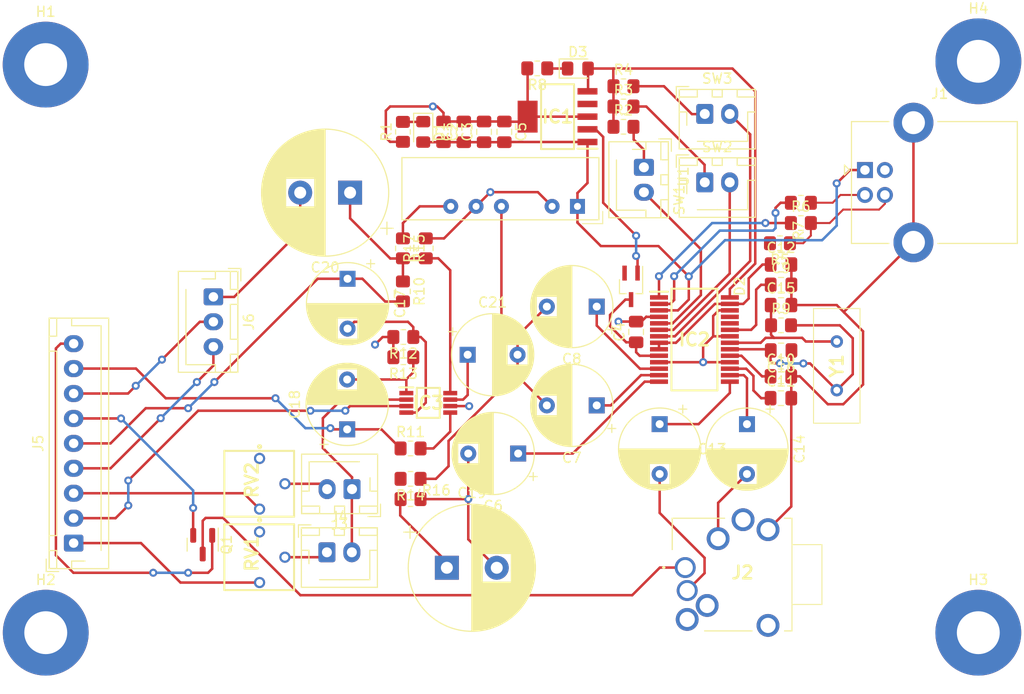
<source format=kicad_pcb>
(kicad_pcb (version 20211014) (generator pcbnew)
  (layers (0 "F.Cu" signal) (31 "B.Cu" power) (34 "B.Paste" user) (35 "F.Paste" user) (36 "B.SilkS" user "B.Silkscreen") (37 "F.SilkS" user "F.Silkscreen") (38 "B.Mask" user) (39 "F.Mask" user) (44 "Edge.Cuts" user))
  (net 0 "")
  (net 1 "VBUS")
  (net 2 "GND")
  (net 3 "Net-(C4-Pad1)")
  (net 4 "Net-(C6-Pad1)")
  (net 5 "Net-(C7-Pad1)")
  (net 6 "/Audio_signal")
  (net 7 "Net-(C8-Pad1)")
  (net 8 "Net-(C9-Pad1)")
  (net 9 "/V_OUT_R")
  (net 10 "Net-(C11-Pad1)")
  (net 11 "Net-(C13-Pad1)")
  (net 12 "/VDDI")
  (net 13 "Net-(C14-Pad1)")
  (net 14 "/V_OUT_L")
  (net 15 "/XTI_Crystal")
  (net 16 "/XTO_Crystal")
  (net 17 "/V_IN_S")
  (net 18 "Net-(C17-Pad2)")
  (net 19 "/V_IN_D")
  (net 20 "Net-(C18-Pad2)")
  (net 21 "/-vs")
  (net 22 "/+vs")
  (net 23 "Net-(D1-Pad1)")
  (net 24 "+3.3V")
  (net 26 "Net-(D3-Pad1)")
  (net 27 "/~{SSPND}")
  (net 29 "Net-(IC2-Pad1)")
  (net 30 "Net-(IC2-Pad2)")
  (net 31 "/HID0")
  (net 32 "/HID1")
  (net 33 "/HID2")
  (net 36 "/RG_1")
  (net 37 "/RG_2")
  (net 38 "/USB_D-")
  (net 39 "/USB_D+")
  (net 41 "/Headphones mic")
  (net 42 "Net-(J3-Pad2)")
  (net 43 "Net-(J4-Pad1)")
  (net 44 "/EXT_MIC_S")
  (net 45 "Net-(R2-Pad2)")
  (net 46 "Net-(R3-Pad2)")
  (net 47 "Net-(R4-Pad2)")
  (net 48 "-15V")
  (net 49 "+15V")
  (net 51 "/hp_mic")
  (net 52 "/ext_mic")
  (net 53 "/INT_MIC_S")
  (net 59 "Net-(C10-Pad1)")
  (net 60 "Net-(C21-Pad1)")
  (net 61 "/EXT_MIC_D")
  (net 62 "/INT_MIC_D")
  (footprint "Capacitor_THT:CP_Radial_D8.0mm_P5.00mm" (layer "F.Cu") (at 151.574651 95.51 180)
    (fp_text reference "C8")
    (fp_text value "4u7F")
  )
  (footprint "Resistor_SMD:R_0805_2012Metric_Pad1.20x1.40mm_HandSolder" (layer "F.Cu") (at 132.916 109.734)
    (fp_text reference "R11")
    (fp_text value "2k2")
  )
  (footprint "Connector_JST:JST_XH_B3B-XH-AM_1x03_P2.50mm_Vertical" (layer "F.Cu") (at 113.158959 94.534 -90)
    (fp_text reference "J6")
    (fp_text value "External mic. conn.")
  )
  (footprint "Resistor_SMD:R_0805_2012Metric_Pad1.20x1.40mm_HandSolder" (layer "F.Cu") (at 154.252 73.412)
    (fp_text reference "R4")
    (fp_text value "1k5")
  )
  (footprint "Resistor_SMD:R_0805_2012Metric_Pad1.20x1.40mm_HandSolder" (layer "F.Cu") (at 154.252 75.444)
    (fp_text reference "R3")
    (fp_text value "1k5")
  )
  (footprint "Resistor_SMD:R_0805_2012Metric_Pad1.20x1.40mm_HandSolder" (layer "F.Cu") (at 132.191959 98.558 180)
    (fp_text reference "R12")
    (fp_text value "3k9")
  )
  (footprint "Capacitor_THT:CP_Radial_D8.0mm_P5.00mm" (layer "F.Cu") (at 157.88 107.297349 -90)
    (fp_text reference "C13")
    (fp_text value "10uF")
  )
  (footprint "Capacitor_SMD:C_0805_2012Metric_Pad1.18x1.45mm_HandSolder" (layer "F.Cu") (at 155.522 98.05 90)
    (fp_text reference "C4")
    (fp_text value "10uF")
  )
  (footprint "Capacitor_SMD:C_0805_2012Metric_Pad1.18x1.45mm_HandSolder" (layer "F.Cu") (at 170.032 104.694)
    (fp_text reference "C11")
    (fp_text value "1uF")
  )
  (footprint "Capacitor_SMD:C_0805_2012Metric_Pad1.18x1.45mm_HandSolder" (layer "F.Cu") (at 136.218 77.984 -90)
    (fp_text reference "C2")
    (fp_text value "100nF")
  )
  (footprint "IC_Downloaded:3362P_1" (layer "F.Cu") (at 114.256 113.2755 -90)
    (fp_text reference "RV2")
    (fp_text value "5k" hide)
  )
  (footprint "IC_Downloaded:SOP65P490X110-8N" (layer "F.Cu") (at 134.694 105.162)
    (fp_text reference "IC3")
    (fp_text value "INA849DGKT" hide)
  )
  (footprint "Connector_JST:JST_XH_B2B-XH-AM_1x02_P2.50mm_Vertical" (layer "F.Cu") (at 162.4 83.047)
    (fp_text reference "SW2")
    (fp_text value "HID1")
  )
  (footprint "Diode_SMD:D_0805_2012Metric_Pad1.15x1.40mm_HandSolder" (layer "F.Cu") (at 134.186 77.984 -90)
    (fp_text reference "D1")
    (fp_text value "PWR_ON")
  )
  (footprint "Capacitor_SMD:C_0805_2012Metric_Pad1.18x1.45mm_HandSolder" (layer "F.Cu") (at 170.042 91.29)
    (fp_text reference "C12")
    (fp_text value "1uF")
  )
  (footprint "Capacitor_SMD:C_0805_2012Metric_Pad1.18x1.45mm_HandSolder" (layer "F.Cu") (at 140.282 77.984 90)
    (fp_text reference "C3")
    (fp_text value "2200uF")
  )
  (footprint "Resistor_SMD:R_0805_2012Metric_Pad1.20x1.40mm_HandSolder" (layer "F.Cu") (at 132.191959 100.59 180)
    (fp_text reference "R13")
    (fp_text value "3k9")
  )
  (footprint "Converter_DCDC:Converter_DCDC_Murata_NMAxxxxSC_THT" (layer "F.Cu") (at 149.6425 85.4585 -90)
    (fp_text reference "U1")
    (fp_text value "NMA0515SC")
  )
  (footprint "Package_TO_SOT_SMD:SOT-323_SC-70_Handsoldering" (layer "F.Cu") (at 155.014 93.478 -90)
    (fp_text reference "D2")
    (fp_text value "BAT54_R1_00001")
  )
  (footprint "Capacitor_SMD:C_0805_2012Metric_Pad1.18x1.45mm_HandSolder" (layer "F.Cu") (at 138.25 77.984 90)
    (fp_text reference "C1")
    (fp_text value "2200uF")
  )
  (footprint "Resistor_SMD:R_0805_2012Metric_Pad1.20x1.40mm_HandSolder" (layer "F.Cu") (at 170.042 97.386)
    (fp_text reference "R9")
    (fp_text value "1M")
  )
  (footprint "Connector_JST:JST_XH_B2B-XH-AM_1x02_P2.50mm_Vertical" (layer "F.Cu") (at 127.054 113.815 180)
    (fp_text reference "J3")
    (fp_text value "Vol. knob1 22k")
  )
  (footprint "Capacitor_SMD:C_0805_2012Metric_Pad1.18x1.45mm_HandSolder" (layer "F.Cu") (at 170.03 102.5)
    (fp_text reference "C10")
    (fp_text value "1uF")
  )
  (footprint "Resistor_SMD:R_0805_2012Metric_Pad1.20x1.40mm_HandSolder" (layer "F.Cu") (at 154.252 77.476)
    (fp_text reference "R2")
    (fp_text value "1k5")
  )
  (footprint "Capacitor_THT:CP_Radial_D8.0mm_P5.00mm" (layer "F.Cu") (at 126.603959 92.716 -90)
    (fp_text reference "C17")
    (fp_text value "22uF")
  )
  (footprint "Capacitor_THT:CP_Radial_D8.0mm_P5.00mm" (layer "F.Cu") (at 126.566 107.818651 90)
    (fp_text reference "C18")
    (fp_text value "22uF")
  )
  (footprint "Capacitor_THT:CP_Radial_D8.0mm_P5.00mm" (layer "F.Cu") (at 151.574651 105.416 180)
    (fp_text reference "C7")
    (fp_text value "4u7F")
  )
  (footprint "Capacitor_THT:CP_Radial_D8.0mm_P5.00mm" (layer "F.Cu") (at 143.700651 110.242 180)
    (fp_text reference "C6")
    (fp_text value "10uF")
  )
  (footprint "IC_Downloaded:SOP65P780X200-28N" (layer "F.Cu") (at 161.364 98.812)
    (fp_text reference "IC2")
    (fp_text value "PCM2906CDB" hide)
  )
  (footprint "Resistor_SMD:R_0805_2012Metric_Pad1.20x1.40mm_HandSolder" (layer "F.Cu") (at 132.916 112.782 180)
    (fp_text reference "R14")
    (fp_text value "100")
  )
  (footprint "Diode_SMD:D_0805_2012Metric_Pad1.15x1.40mm_HandSolder" (layer "F.Cu") (at 149.68 71.634)
    (fp_text reference "D3")
    (fp_text value "CONTINUE")
  )
  (footprint "MountingHole:MountingHole_4.3mm_M4_Pad" (layer "F.Cu") (at 189.82 70.91)
    (fp_text reference "H4")
    (fp_text value "M4")
  )
  (footprint "Connector_JST:JST_XH_B2B-XH-AM_1x02_P2.50mm_Vertical" (layer "F.Cu") (at 162.4 76.189)
    (fp_text reference "SW3")
    (fp_text value "HID2")
  )
  (footprint "Capacitor_SMD:C_0805_2012Metric_Pad1.18x1.45mm_HandSolder" (layer "F.Cu") (at 170.042 95.354)
    (fp_text reference "C15")
    (fp_text value "27pF")
  )
  (footprint "IC_Downloaded:SOT127P706X180-6N" (layer "F.Cu") (at 147.648 76.46 180)
    (fp_text reference "IC1")
    (fp_text value "REG103GA-3.3_2K5" hide)
  )
  (footprint "Capacitor_THT:CP_Radial_D12.5mm_P5.00mm" (layer "F.Cu") (at 136.556041 121.7)
    (fp_text reference "C19")
    (fp_text value "2200uF  16 V")
  )
  (footprint "Capacitor_THT:CP_Radial_D12.5mm_P5.00mm" (layer "F.Cu") (at 126.857959 84.08 180)
    (fp_text reference "C20")
    (fp_text value "2200uF  16 V")
  )
  (footprint "Capacitor_SMD:C_0805_2012Metric_Pad1.18x1.45mm_HandSolder" (layer "F.Cu") (at 170.05 99.91 180)
    (fp_text reference "C16")
    (fp_text value "27pF")
  )
  (footprint "Resistor_SMD:R_0805_2012Metric_Pad1.20x1.40mm_HandSolder" (layer "F.Cu") (at 169.934 89.154 180)
    (fp_text reference "R5")
    (fp_text value "1k5")
  )
  (footprint "MountingHole:MountingHole_4.3mm_M4_Pad" (layer "F.Cu") (at 189.812 128.21)
    (fp_text reference "H3")
    (fp_text value "M4")
  )
  (footprint "Resistor_SMD:R_0805_2012Metric_Pad1.20x1.40mm_HandSolder" (layer "F.Cu") (at 172.032 87.128)
    (fp_text reference "R6")
    (fp_text value "22")
  )
  (footprint "Resistor_SMD:R_0805_2012Metric_Pad1.20x1.40mm_HandSolder" (layer "F.Cu") (at 145.616 71.618 180)
    (fp_text reference "R8")
    (fp_text value "1k")
  )
  (footprint "Capacitor_THT:CP_Radial_D8.0mm_P5.00mm" (layer "F.Cu") (at 166.63 107.297349 -90)
    (fp_text reference "C14")
    (fp_text value "10uF")
  )
  (footprint "Resistor_SMD:R_0805_2012Metric_Pad1.20x1.40mm_HandSolder" (layer "F.Cu") (at 132.154 93.986 -90)
    (fp_text reference "R10")
    (fp_text value "2k2")
  )
  (footprint "Capacitor_THT:CP_Radial_D8.0mm_P5.00mm" (layer "F.Cu") (at 138.641349 100.336)
    (fp_text reference "C21")
    (fp_text value "22uF")
  )
  (footprint "Connector_JST:JST_XH_B9B-XH-AM_1x09_P2.50mm_Vertical" (layer "F.Cu") (at 99.154959 119.226 90)
    (fp_text reference "J5")
    (fp_text value "SW_PUSH_3PDT")
  )
  (footprint "IC_Downloaded:HC49US12000000ABJB" (layer "F.Cu") (at 175.63 103.89 90)
    (fp_text reference "Y1")
    (fp_text value "12MHz" hide)
  )
  (footprint "Connector_JST:JST_XH_B2B-XH-AM_1x02_P2.50mm_Vertical" (layer "F.Cu") (at 124.534 120.148)
    (fp_text reference "J4")
    (fp_text value "Vol. knob2 22k")
  )
  (footprint "Connector_JST:JST_XH_B2B-XH-AM_1x02_P2.50mm_Vertical" (layer "F.Cu") (at 156.301 81.54 -90)
    (fp_text reference "SW1")
    (fp_text value "HID0")
  )
  (footprint "Resistor_SMD:R_0805_2012Metric_Pad1.20x1.40mm_HandSolder" (layer "F.Cu") (at 134.44 89.668 90)
    (fp_text reference "R17")
    (fp_text value "2k2")
  )
  (footprint "Resistor_SMD:R_0805_2012Metric_Pad1.20x1.40mm_HandSolder" (layer "F.Cu") (at 132.916 114.814)
    (fp_text reference "R16")
    (fp_text value "2k2")
  )
  (footprint "MountingHole:MountingHole_4.3mm_M4_Pad" (layer "F.Cu") (at 96.35 71.24)
    (fp_text reference "H1")
    (fp_text value "M4")
  )
  (footprint "Resistor_SMD:R_0805_2012Metric_Pad1.20x1.40mm_HandSolder" (layer "F.Cu") (at 132.154 77.984 90)
    (fp_text reference "R1")
    (fp_text value "1k")
  )
  (footprint "IC_Downloaded:3362P_1" (layer "F.Cu") (at 114.256 120.6415 -90)
    (fp_text reference "RV1")
    (fp_text value "5k" hide)
  )
  (footprint "Package_TO_SOT_SMD:SOT-23" (layer "F.Cu") (at 112.088 119.386 -90)
    (fp_text reference "Q1")
    (fp_text value "J304")
  )
  (footprint "Resistor_SMD:R_0805_2012Metric_Pad1.20x1.40mm_HandSolder" (layer "F.Cu") (at 132.154 89.668 -90)
    (fp_text reference "R15")
    (fp_text value "100")
  )
  (footprint "Capacitor_SMD:C_0805_2012Metric_Pad1.18x1.45mm_HandSolder" (layer "F.Cu") (at 142.314 77.984 -90)
    (fp_text reference "C5")
    (fp_text value "1uF")
  )
  (footprint "IC_Downloaded:SJ435107RS" (layer "F.Cu") (at 160.44 121.68 180)
    (fp_text reference "J2")
    (fp_text value "SJ-435107RS" hide)
  )
  (footprint "Capacitor_SMD:C_0805_2012Metric_Pad1.18x1.45mm_HandSolder" (layer "F.Cu") (at 170.042 93.322)
    (fp_text reference "C9")
    (fp_text value "1uF")
  )
  (footprint "MountingHole:MountingHole_4.3mm_M4_Pad" (layer "F.Cu") (at 96.36 128.21)
    (fp_text reference "H2")
    (fp_text value "M4")
  )
  (footprint "Resistor_SMD:R_0805_2012Metric_Pad1.20x1.40mm_HandSolder" (layer "F.Cu") (at 172.032 85.096)
    (fp_text reference "R7")
    (fp_text value "22")
  )
  (footprint "Connector_USB:USB_B_Lumberg_2411_02_Horizontal" (layer "F.Cu") (at 178.4525 81.814)
    (fp_text reference "J1")
    (fp_text value "USB_B_Micro")
  )
  (segment (start 134.1985 79.0215) (end 134.186 79.009) (width 0.25) (layer "F.Cu") (net 1))
  (segment (start 136.218 79.0215) (end 134.1985 79.0215) (width 0.25) (layer "F.Cu") (net 1))
  (segment (start 142.3355 79) (end 142.314 79.0215) (width 0.25) (layer "F.Cu") (net 1))
  (segment (start 150.648 79) (end 142.3355 79) (width 0.25) (layer "F.Cu") (net 1))
  (segment (start 142.314 79.0215) (end 140.282 79.0215) (width 0.25) (layer "F.Cu") (net 1))
  (segment (start 149.6425 85.4585) (end 149.6425 87.0905) (width 0.25) (layer "F.Cu") (net 1))
  (segment (start 149.6425 84.1175) (end 149.6425 85.4585) (width 0.25) (layer "F.Cu") (net 1))
  (segment (start 140.282 79.0215) (end 138.25 79.0215) (width 0.25) (layer "F.Cu") (net 1))
  (segment (start 176.956 81.814) (end 178.4525 81.814) (width 0.25) (layer "F.Cu") (net 1))
  (segment (start 160.8 94.804) (end 160.8 92.48) (width 0.25) (layer "F.Cu") (net 1))
  (segment (start 159.717 95.887) (end 160.8 94.804) (width 0.25) (layer "F.Cu") (net 1))
  (segment (start 150.648 79) (end 150.648 83.112) (width 0.25) (layer "F.Cu") (net 1))
  (segment (start 150.648 83.112) (end 149.6425 84.1175) (width 0.25) (layer "F.Cu") (net 1))
  (segment (start 149.6425 87.0905) (end 151.992 89.44) (width 0.25) (layer "F.Cu") (net 1))
  (segment (start 157.814 95.887) (end 159.717 95.887) (width 0.25) (layer "F.Cu") (net 1))
  (segment (start 138.25 79.0215) (end 136.218 79.0215) (width 0.25) (layer "F.Cu") (net 1))
  (segment (start 151.992 89.44) (end 157.76 89.44) (width 0.25) (layer "F.Cu") (net 1))
  (segment (start 175.62 83.15) (end 176.956 81.814) (width 0.25) (layer "F.Cu") (net 1))
  (segment (start 157.76 89.44) (end 160.8 92.48) (width 0.25) (layer "F.Cu") (net 1))
  (via (at 160.8 92.48) (size 0.8) (drill 0.4) (layers "F.Cu" "B.Cu") (net 1))
  (via (at 175.62 83.15) (size 0.8) (drill 0.4) (layers "F.Cu" "B.Cu") (net 1))
  (segment (start 164.43 88.85) (end 160.8 92.48) (width 0.25) (layer "B.Cu") (net 1))
  (segment (start 174.16 88.85) (end 164.43 88.85) (width 0.25) (layer "B.Cu") (net 1))
  (segment (start 175.62 87.39) (end 175.62 83.15) (width 0.25) (layer "B.Cu") (net 1))
  (segment (start 174.16 88.85) (end 175.62 87.39) (width 0.25) (layer "B.Cu") (net 1))
  (segment (start 157.814 101.087) (end 162.237 101.087) (width 0.25) (layer "F.Cu") (net 2))
  (segment (start 140.911 84.03) (end 139.4825 85.4585) (width 0.25) (layer "F.Cu") (net 2))
  (segment (start 176.28 105.3) (end 178.26 103.32) (width 0.25) (layer "F.Cu") (net 2))
  (segment (start 155.522 97.0125) (end 156.0515 97.0125) (width 0.25) (layer "F.Cu") (net 2))
  (segment (start 171.0695 104.694) (end 171.0695 115.5505) (width 0.25) (layer "F.Cu") (net 2))
  (segment (start 171.0695 104.694) (end 171.0695 102.502) (width 0.25) (layer "F.Cu") (net 2))
  (segment (start 155.522 97.0125) (end 153.7525 97.0125) (width 0.25) (layer "F.Cu") (net 2))
  (segment (start 147.1025 85.4585) (end 145.674 84.03) (width 0.25) (layer "F.Cu") (net 2))
  (segment (start 138.25 76.9465) (end 140.282 76.9465) (width 0.25) (layer "F.Cu") (net 2))
  (segment (start 156.549 96.537) (end 157.814 96.537) (width 0.25) (layer "F.Cu") (net 2))
  (segment (start 176.365 96.0115) (end 176.365 96.095) (width 0.25) (layer "F.Cu") (net 2))
  (segment (start 131.191959 98.558) (end 130.122 98.558) (width 0.25) (layer "F.Cu") (net 2))
  (segment (start 171.0675 102.5) (end 171.93 102.5) (width 0.25) (layer "F.Cu") (net 2))
  (segment (start 163.243 98.487) (end 163.243 96.447) (width 0.25) (layer "F.Cu") (net 2))
  (segment (start 130.44 75.87) (end 130.44 78.56) (width 0.25) (layer "F.Cu") (net 2))
  (segment (start 171.0795 95.354) (end 171.0795 93.322) (width 0.25) (layer "F.Cu") (net 2))
  (segment (start 130.625 78.745) (end 130.864 78.984) (width 0.25) (layer "F.Cu") (net 2))
  (segment (start 136.894 105.487) (end 138.787 105.487) (width 0.25) (layer "F.Cu") (net 2))
  (segment (start 113.164959 94.54) (end 113.158959 94.534) (width 0.25) (layer "F.Cu") (net 2))
  (segment (start 153.7525 97.0125) (end 153.75 97.01) (width 0.25) (layer "F.Cu") (net 2))
  (segment (start 163.243 98.487) (end 164.914 98.487) (width 0.25) (layer "F.Cu") (net 2))
  (segment (start 130.87 75.44) (end 135.15 75.44) (width 0.25) (layer "F.Cu") (net 2))
  (segment (start 144.648 71.65) (end 144.648 76.46) (width 0.25) (layer "F.Cu") (net 2))
  (segment (start 130.87 75.44) (end 130.44 75.87) (width 0.25) (layer "F.Cu") (net 2))
  (segment (start 138.700651 114.809349) (end 138.700651 114.770651) (width 0.25) (layer "F.Cu") (net 2))
  (segment (start 171.0675 102.5) (end 171.0675 100.46) (width 0.25) (layer "F.Cu") (net 2))
  (segment (start 118.875 90.905) (end 115.24 94.54) (width 0.25) (layer "F.Cu") (net 2))
  (segment (start 138.787 105.487) (end 138.79 105.49) (width 0.25) (layer "F.Cu") (net 2))
  (segment (start 121.857959 87.922041) (end 118.875 90.905) (width 0.25) (layer "F.Cu") (net 2))
  (segment (start 140.282 76.9465) (end 142.314 76.9465) (width 0.25) (layer "F.Cu") (net 2))
  (segment (start 171.0695 102.502) (end 171.0675 102.5) (width 0.25) (layer "F.Cu") (net 2))
  (segment (start 130.122 98.558) (end 129.36 99.32) (width 0.25) (layer "F.Cu") (net 2))
  (segment (start 176.365 96.095) (end 175.624 95.354) (width 0.25) (layer "F.Cu") (net 2))
  (segment (start 141.556041 121.7) (end 138.700651 118.84461) (width 0.25) (layer "F.Cu") (net 2))
  (segment (start 133.916 114.814) (end 138.657302 114.814) (width 0.25) (layer "F.Cu") (net 2))
  (segment (start 138.700651 118.84461) (end 138.700651 114.809349) (width 0.25) (layer "F.Cu") (net 2))
  (segment (start 142.314 76.9465) (end 142.3355 76.968) (width 0.25) (layer "F.Cu") (net 2))
  (segment (start 174.73 105.3) (end 176.28 105.3) (width 0.25) (layer "F.Cu") (net 2))
  (segment (start 130.864 78.984) (end 132.154 78.984) (width 0.25) (layer "F.Cu") (net 2))
  (segment (start 121.857959 84.08) (end 121.857959 87.922041) (width 0.25) (layer "F.Cu") (net 2))
  (segment (start 178.26 97.99) (end 176.365 96.095) (width 0.25) (layer "F.Cu") (net 2))
  (segment (start 171.0695 115.5505) (end 168.74 117.88) (width 0.25) (layer "F.Cu") (net 2))
  (segment (start 145.674 84.03) (end 140.911 84.03) (width 0.25) (layer "F.Cu") (net 2))
  (segment (start 171.93 102.5) (end 174.73 105.3) (width 0.25) (layer "F.Cu") (net 2))
  (segment (start 144.616 71.618) (end 144.648 71.65) (width 0.25) (layer "F.Cu") (net 2))
  (segment (start 162.237 101.083) (end 162.237 99.493) (width 0.25) (layer "F.Cu") (net 2))
  (segment (start 171.0795 93.322) (end 171.0795 91.29) (width 0.25) (layer "F.Cu") (net 2))
  (segment (start 142.3355 76.968) (end 144.14 76.968) (width 0.25) (layer "F.Cu") (net 2))
  (segment (start 175.624 95.354) (end 171.0795 95.354) (width 0.25) (layer "F.Cu") (net 2))
  (segment (start 138.700651 114.770651) (end 138.700651 110.242) (width 0.25) (layer "F.Cu") (net 2))
  (segment (start 162.237 101.087) (end 164.914 101.087) (width 0.25) (layer "F.Cu") (net 2))
  (segment (start 150.648 76.46) (end 144.648 76.46) (width 0.25) (layer "F.Cu") (net 2))
  (segment (start 138.657302 114.814) (end 138.700651 114.770651) (width 0.25) (layer "F.Cu") (net 2))
  (segment (start 156.538 96.526) (end 156.549 96.537) (width 0.25) (layer "F.Cu") (net 2))
  (segment (start 136.218 76.9465) (end 138.25 76.9465) (width 0.25) (layer "F.Cu") (net 2))
  (segment (start 178.26 103.32) (end 178.26 97.99) (width 0.25) (layer "F.Cu") (net 2))
  (segment (start 156.0515 97.0125) (end 156.538 96.526) (width 0.25) (layer "F.Cu") (net 2))
  (segment (start 136.218 76.078) (end 135.58 75.44) (width 0.25) (layer "F.Cu") (net 2))
  (segment (start 136.273 88.668) (end 134.44 88.668) (width 0.25) (layer "F.Cu") (net 2))
  (segment (start 162.237 99.493) (end 163.243 98.487) (width 0.25) (layer "F.Cu") (net 2))
  (segment (start 183.3125 77.064) (end 183.3125 89.064) (width 0.25) (layer "F.Cu") (net 2))
  (segment (start 131.191959 98.558) (end 131.191959 100.59) (width 0.25) (layer "F.Cu") (net 2))
  (segment (start 135.15 75.44) (end 135.58 75.44) (width 0.25) (layer "F.Cu") (net 2))
  (segment (start 163.803 95.887) (end 164.914 95.887) (width 0.25) (layer "F.Cu") (net 2))
  (segment (start 139.4825 85.4585) (end 136.273 88.668) (width 0.25) (layer "F.Cu") (net 2))
  (segment (start 136.218 76.9465) (end 136.218 76.078) (width 0.25) (layer "F.Cu") (net 2))
  (segment (start 115.24 94.54) (end 113.164959 94.54) (width 0.25) (layer "F.Cu") (net 2))
  (segment (start 130.44 78.56) (end 130.625 78.745) (width 0.25) (layer "F.Cu") (net 2))
  (segment (start 183.3125 89.064) (end 176.365 96.0115) (width 0.25) (layer "F.Cu") (net 2))
  (segment (start 163.243 96.447) (end 163.803 95.887) (width 0.25) (layer "F.Cu") (net 2))
  (segment (start 144.14 76.968) (end 144.648 76.46) (width 0.25) (layer "F.Cu") (net 2))
  (segment (start 162.237 101.087) (end 162.237 101.083) (width 0.25) (layer "F.Cu") (net 2))
  (via (at 129.36 99.32) (size 0.8) (drill 0.4) (layers "F.Cu" "B.Cu") (net 2))
  (via (at 135.15 75.44) (size 0.8) (drill 0.4) (layers "F.Cu" "B.Cu") (net 2))
  (via (at 138.700651 114.809349) (size 0.8) (drill 0.4) (layers "F.Cu" "B.Cu") (net 2))
  (via (at 138.79 105.49) (size 0.8) (drill 0.4) (layers "F.Cu" "B.Cu") (net 2))
  (via (at 162.237 101.083) (size 0.8) (drill 0.4) (layers "F.Cu" "B.Cu") (net 2))
  (via (at 153.7525 97.0125) (size 0.8) (drill 0.4) (layers "F.Cu" "B.Cu") (net 2))
  (via (at 140.911 84.03) (size 0.8) (drill 0.4) (layers "F.Cu" "B.Cu") (net 2))
  (segment (start 155.522 99.0875) (end 155.522 100.082) (width 0.25) (layer "F.Cu") (net 3))
  (segment (start 154.5275 99.0875) (end 152.91 97.47) (width 0.25) (layer "F.Cu") (net 3))
  (segment (start 155.877 100.437) (end 157.814 100.437) (width 0.25) (layer "F.Cu") (net 3))
  (segment (start 152.91 96.344) (end 154.446 94.808) (width 0.25) (layer "F.Cu") (net 3))
  (segment (start 154.446 94.808) (end 155.014 94.808) (width 0.25) (layer "F.Cu") (net 3))
  (segment (start 155.522 99.0875) (end 154.5275 99.0875) (width 0.25) (layer "F.Cu") (net 3))
  (segment (start 152.91 97.47) (end 152.91 96.344) (width 0.25) (layer "F.Cu") (net 3))
  (segment (start 155.522 100.082) (end 155.877 100.437) (width 0.25) (layer "F.Cu") (net 3))
  (segment (start 156.377 103.037) (end 157.814 103.037) (width 0.25) (layer "F.Cu") (net 4))
  (segment (start 143.700651 110.242) (end 149.172 110.242) (width 0.25) (layer "F.Cu") (net 4))
  (segment (start 149.172 110.242) (end 156.377 103.037) (width 0.25) (layer "F.Cu") (net 4))
  (segment (start 152.982 105.416) (end 156.011 102.387) (width 0.25) (layer "F.Cu") (net 5))
  (segment (start 151.574651 105.416) (end 152.982 105.416) (width 0.25) (layer "F.Cu") (net 5))
  (segment (start 156.011 102.387) (end 157.814 102.387) (width 0.25) (layer "F.Cu") (net 5))
  (segment (start 143.641349 100.336) (end 143.641349 102.482698) (width 0.25) (layer "F.Cu") (net 6))
  (segment (start 143.641349 100.336) (end 143.641349 98.443302) (width 0.25) (layer "F.Cu") (net 6))
  (segment (start 143.641349 102.482698) (end 146.574651 105.416) (width 0.25) (layer "F.Cu") (net 6))
  (segment (start 143.641349 98.443302) (end 146.574651 95.51) (width 0.25) (layer "F.Cu") (net 6))
  (segment (start 151.574651 97.404651) (end 155.907 101.737) (width 0.25) (layer "F.Cu") (net 7))
  (segment (start 151.574651 95.51) (end 151.574651 97.404651) (width 0.25) (layer "F.Cu") (net 7))
  (segment (start 155.907 101.737) (end 157.814 101.737) (width 0.25) (layer "F.Cu") (net 7))
  (segment (start 167.55 93.81) (end 167.55 97.34) (width 0.25) (layer "F.Cu") (net 8))
  (segment (start 167.053 97.837) (end 164.914 97.837) (width 0.25) (layer "F.Cu") (net 8))
  (segment (start 168.038 93.322) (end 167.55 93.81) (width 0.25) (layer "F.Cu") (net 8))
  (segment (start 167.55 97.34) (end 167.053 97.837) (width 0.25) (layer "F.Cu") (net 8))
  (segment (start 169.0045 93.322) (end 168.038 93.322) (width 0.25) (layer "F.Cu") (net 8))
  (segment (start 162.38 120.7) (end 162.38 122.24) (width 0.25) (layer "F.Cu") (net 9))
  (segment (start 157.88 116.2) (end 162.38 120.7) (width 0.25) (layer "F.Cu") (net 9))
  (segment (start 162.38 122.24) (end 160.64 123.98) (width 0.25) (layer "F.Cu") (net 9))
  (segment (start 157.88 112.297349) (end 157.88 116.2) (width 0.25) (layer "F.Cu") (net 9))
  (segment (start 168.054 104.694) (end 168.9945 104.694) (width 0.25) (layer "F.Cu") (net 10))
  (segment (start 167.28 103.92) (end 168.054 104.694) (width 0.25) (layer "F.Cu") (net 10))
  (segment (start 167.28 102.46) (end 167.28 103.92) (width 0.25) (layer "F.Cu") (net 10))
  (segment (start 166.557 101.737) (end 167.28 102.46) (width 0.25) (layer "F.Cu") (net 10))
  (segment (start 168.9945 104.694) (end 168.9945 104.3345) (width 0.25) (layer "F.Cu") (net 10))
  (segment (start 164.914 101.737) (end 166.557 101.737) (width 0.25) (layer "F.Cu") (net 10))
  (segment (start 161.782651 107.297349) (end 164.914 104.166) (width 0.25) (layer "F.Cu") (net 11))
  (segment (start 164.914 104.166) (end 164.914 103.037) (width 0.25) (layer "F.Cu") (net 11))
  (segment (start 157.88 107.297349) (end 161.782651 107.297349) (width 0.25) (layer "F.Cu") (net 11))
  (segment (start 159.515 99.137) (end 163.415 95.237) (width 0.25) (layer "F.Cu") (net 12))
  (segment (start 163.415 95.237) (end 164.914 95.237) (width 0.25) (layer "F.Cu") (net 12))
  (segment (start 157.814 99.137) (end 159.515 99.137) (width 0.25) (layer "F.Cu") (net 12))
  (segment (start 168.19 91.29) (end 166.8 92.68) (width 0.25) (layer "F.Cu") (net 12))
  (segment (start 157.814 99.787) (end 157.814 99.137) (width 0.25) (layer "F.Cu") (net 12))
  (segment (start 166.263 95.237) (end 164.914 95.237) (width 0.25) (layer "F.Cu") (net 12))
  (segment (start 166.8 94.7) (end 166.263 95.237) (width 0.25) (layer "F.Cu") (net 12))
  (segment (start 166.8 92.68) (end 166.8 94.7) (width 0.25) (layer "F.Cu") (net 12))
  (segment (start 169.0045 91.29) (end 168.19 91.29) (width 0.25) (layer "F.Cu") (net 12))
  (segment (start 166.63 107.297349) (end 166.63 102.7) (width 0.25) (layer "F.Cu") (net 13))
  (segment (start 166.63 102.7) (end 166.317 102.387) (width 0.25) (layer "F.Cu") (net 13))
  (segment (start 166.317 102.387) (end 164.914 102.387) (width 0.25) (layer "F.Cu") (net 13))
  (segment (start 163.74 115.187349) (end 163.74 118.78) (width 0.25) (layer "F.Cu") (net 14))
  (segment (start 166.63 112.297349) (end 163.74 115.187349) (width 0.25) (layer "F.Cu") (net 14))
  (segment (start 169.042 98.342) (end 169.34 98.64) (width 0.25) (layer "F.Cu") (net 15))
  (segment (start 172.16 98.64) (end 172.53 99.01) (width 0.25) (layer "F.Cu") (net 15))
  (segment (start 169.042 97.386) (end 169.042 98.342) (width 0.25) (layer "F.Cu") (net 15))
  (segment (start 168.003 99.137) (end 168.5 98.64) (width 0.25) (layer "F.Cu") (net 15))
  (segment (start 169.34 98.64) (end 172.16 98.64) (width 0.25) (layer "F.Cu") (net 15))
  (segment (start 172.53 99.01) (end 175.63 99.01) (width 0.25) (layer "F.Cu") (net 15))
  (segment (start 169.042 97.386) (end 169.042 95.3915) (width 0.25) (layer "F.Cu") (net 15))
  (segment (start 169.042 95.3915) (end 169.0045 95.354) (width 0.25) (layer "F.Cu") (net 15))
  (segment (start 168.5 98.64) (end 169.34 98.64) (width 0.25) (layer "F.Cu") (net 15))
  (segment (start 164.914 99.137) (end 168.003 99.137) (width 0.25) (layer "F.Cu") (net 15))
  (segment (start 169.94 101.19) (end 169.25 101.19) (width 0.25) (layer "F.Cu") (net 16))
  (segment (start 169 100.4525) (end 168.9925 100.46) (width 0.25) (layer "F.Cu") (net 16))
  (segment (start 175.936 97.386) (end 177.23 98.68) (width 0.25) (layer "F.Cu") (net 16))
  (segment (start 168.99 100.93) (end 168.99 99.9325) (width 0.25) (layer "F.Cu") (net 16))
  (segment (start 177.23 98.68) (end 177.23 102.29) (width 0.25) (layer "F.Cu") (net 16))
  (segment (start 171.042 97.386) (end 175.936 97.386) (width 0.25) (layer "F.Cu") (net 16))
  (segment (start 164.914 99.787) (end 168.8895 99.787) (width 0.25) (layer "F.Cu") (net 16))
  (segment (start 172.95 101.21) (end 172.28 101.21) (width 0.25) (layer "F.Cu") (net 16))
  (segment (start 175.63 103.89) (end 172.95 101.21) (width 0.25) (layer "F.Cu") (net 16))
  (segment (start 169.25 101.19) (end 168.99 100.93) (width 0.25) (layer "F.Cu") (net 16))
  (segment (start 168.99 99.9325) (end 169.0125 99.91) (width 0.25) (layer "F.Cu") (net 16))
  (segment (start 168.8895 99.787) (end 169.0125 99.91) (width 0.25) (layer "F.Cu") (net 16))
  (segment (start 177.23 102.29) (end 175.63 103.89) (width 0.25) (layer "F.Cu") (net 16))
  (via (at 169.94 101.19) (size 0.8) (drill 0.4) (layers "F.Cu" "B.Cu") (net 16))
  (via (at 172.28 101.21) (size 0.8) (drill 0.4) (layers "F.Cu" "B.Cu") (net 16))
  (segment (start 169.96 101.21) (end 169.94 101.19) (width 0.25) (layer "B.Cu") (net 16))
  (segment (start 172.28 101.21) (end 169.96 101.21) (width 0.25) (layer "B.Cu") (net 16))
  (segment (start 132.138 95.002) (end 132.154 94.986) (width 0.25) (layer "F.Cu") (net 17))
  (segment (start 102.854 109.226) (end 106.38 105.7) (width 0.25) (layer "F.Cu") (net 17))
  (segment (start 126.603959 92.716) (end 128.09 92.716) (width 0.25) (layer "F.Cu") (net 17))
  (segment (start 130.376 95.002) (end 132.138 95.002) (width 0.25) (layer "F.Cu") (net 17))
  (segment (start 128.09 92.716) (end 130.376 95.002) (width 0.25) (layer "F.Cu") (net 17))
  (segment (start 123.614 92.716) (end 126.603959 92.716) (width 0.25) (layer "F.Cu") (net 17))
  (segment (start 106.38 105.7) (end 110.63 105.7) (width 0.25) (layer "F.Cu") (net 17))
  (segment (start 113.255 103.075) (end 123.614 92.716) (width 0.25) (layer "F.Cu") (net 17))
  (segment (start 99.154959 109.226) (end 102.854 109.226) (width 0.25) (layer "F.Cu") (net 17))
  (via (at 113.255 103.075) (size 0.8) (drill 0.4) (layers "F.Cu" "B.Cu") (net 17))
  (via (at 110.63 105.7) (size 0.8) (drill 0.4) (layers "F.Cu" "B.Cu") (net 17))
  (segment (start 110.63 105.7) (end 113.255 103.075) (width 0.25) (layer "B.Cu") (net 17))
  (segment (start 134.44 99.066) (end 133.932 98.558) (width 0.25) (layer "F.Cu") (net 18))
  (segment (start 134.44 105.141) (end 134.44 99.066) (width 0.25) (layer "F.Cu") (net 18))
  (segment (start 133.932 98.558) (end 133.191959 98.558) (width 0.25) (layer "F.Cu") (net 18))
  (segment (start 133.191959 97.563959) (end 132.662 97.034) (width 0.25) (layer "F.Cu") (net 18))
  (segment (start 133.191959 98.558) (end 133.191959 97.563959) (width 0.25) (layer "F.Cu") (net 18))
  (segment (start 132.662 97.034) (end 127.285959 97.034) (width 0.25) (layer "F.Cu") (net 18))
  (segment (start 133.444 106.137) (end 134.44 105.141) (width 0.25) (layer "F.Cu") (net 18))
  (segment (start 132.494 106.137) (end 133.444 106.137) (width 0.25) (layer "F.Cu") (net 18))
  (segment (start 127.285959 97.034) (end 126.603959 97.716) (width 0.25) (layer "F.Cu") (net 18))
  (segment (start 99.154959 101.726) (end 105.406 101.726) (width 0.25) (layer "F.Cu") (net 19))
  (segment (start 126.566 107.818651) (end 124.998651 107.818651) (width 0.25) (layer "F.Cu") (net 19))
  (segment (start 131.916 109.734) (end 130.000651 107.818651) (width 0.25) (layer "F.Cu") (net 19))
  (segment (start 108.38 104.7) (end 119.38 104.7) (width 0.25) (layer "F.Cu") (net 19))
  (segment (start 124.998651 107.818651) (end 124.88 107.7) (width 0.25) (layer "F.Cu") (net 19))
  (segment (start 105.406 101.726) (end 108.38 104.7) (width 0.25) (layer "F.Cu") (net 19))
  (segment (start 130.000651 107.818651) (end 126.566 107.818651) (width 0.25) (layer "F.Cu") (net 19))
  (via (at 124.88 107.7) (size 0.8) (drill 0.4) (layers "F.Cu" "B.Cu") (net 19))
  (via (at 119.38 104.7) (size 0.8) (drill 0.4) (layers "F.Cu" "B.Cu") (net 19))
  (segment (start 124.88 107.7) (end 122.38 107.7) (width 0.25) (layer "B.Cu") (net 19))
  (segment (start 122.38 107.7) (end 119.38 104.7) (width 0.25) (layer "B.Cu") (net 19))
  (segment (start 133.191959 102.092041) (end 133.191959 100.59) (width 0.25) (layer "F.Cu") (net 20))
  (segment (start 132.494 104.187) (end 132.494 102.79) (width 0.25) (layer "F.Cu") (net 20))
  (segment (start 132.494 102.79) (end 133.191959 102.092041) (width 0.25) (layer "F.Cu") (net 20))
  (segment (start 132.465349 102.818651) (end 132.494 102.79) (width 0.25) (layer "F.Cu") (net 20))
  (segment (start 126.566 102.818651) (end 132.465349 102.818651) (width 0.25) (layer "F.Cu") (net 20))
  (segment (start 136.894 106.137) (end 136.894 108.042) (width 0.25) (layer "F.Cu") (net 21))
  (segment (start 136.556041 121.126041) (end 131.88 116.45) (width 0.25) (layer "F.Cu") (net 21))
  (segment (start 131.88 116.45) (end 131.88 114.85) (width 0.25) (layer "F.Cu") (net 21))
  (segment (start 136.556041 121.7) (end 136.556041 121.126041) (width 0.25) (layer "F.Cu") (net 21))
  (segment (start 136.894 108.042) (end 135.202 109.734) (width 0.25) (layer "F.Cu") (net 21))
  (segment (start 131.88 114.85) (end 131.916 114.814) (width 0.25) (layer "F.Cu") (net 21))
  (segment (start 135.202 109.734) (end 133.916 109.734) (width 0.25) (layer "F.Cu") (net 21))
  (segment (start 126.857959 86.657959) (end 130.884 90.684) (width 0.25) (layer "F.Cu") (net 22))
  (segment (start 134.44 90.668) (end 132.154 90.668) (width 0.25) (layer "F.Cu") (net 22))
  (segment (start 135.694 90.668) (end 134.44 90.668) (width 0.25) (layer "F.Cu") (net 22))
  (segment (start 132.154 90.668) (end 132.154 92.986) (width 0.25) (layer "F.Cu") (net 22))
  (segment (start 132.138 90.684) (end 132.154 90.668) (width 0.25) (layer "F.Cu") (net 22))
  (segment (start 126.857959 84.08) (end 126.857959 86.657959) (width 0.25) (layer "F.Cu") (net 22))
  (segment (start 130.884 90.684) (end 132.138 90.684) (width 0.25) (layer "F.Cu") (net 22))
  (segment (start 136.894 104.187) (end 136.894 91.868) (width 0.25) (layer "F.Cu") (net 22))
  (segment (start 136.894 91.868) (end 135.694 90.668) (width 0.25) (layer "F.Cu") (net 22))
  (segment (start 134.161 76.984) (end 134.186 76.959) (width 0.25) (layer "F.Cu") (net 23))
  (segment (start 132.154 76.984) (end 134.161 76.984) (width 0.25) (layer "F.Cu") (net 23))
  (segment (start 151.458 77.73) (end 150.648 77.73) (width 0.25) (layer "F.Cu") (net 24))
  (segment (start 155.664 90.572) (end 155.522 90.43) (width 0.25) (layer "F.Cu") (net 24))
  (segment (start 155.522 88.398) (end 152.22 85.096) (width 0.25) (layer "F.Cu") (net 24))
  (segment (start 155.664 92.148) (end 155.664 90.572) (width 0.25) (layer "F.Cu") (net 24))
  (segment (start 152.22 78.492) (end 151.458 77.73) (width 0.25) (layer "F.Cu") (net 24))
  (segment (start 152.22 78.492) (end 152.22 85.096) (width 0.25) (layer "F.Cu") (net 24))
  (via (at 155.522 90.43) (size 0.8) (drill 0.4) (layers "F.Cu" "B.Cu") (net 24))
  (via (at 155.522 88.398) (size 0.8) (drill 0.4) (layers "F.Cu" "B.Cu") (net 24))
  (segment (start 155.522 90.176) (end 155.522 88.398) (width 0.25) (layer "B.Cu") (net 24))
  (segment (start 148.655 71.634) (end 146.632 71.634) (width 0.25) (layer "F.Cu") (net 26))
  (segment (start 146.632 71.634) (end 146.616 71.618) (width 0.25) (layer "F.Cu") (net 26))
  (segment (start 167.46 73.92) (end 165.174 71.634) (width 0.25) (layer "F.Cu") (net 27))
  (segment (start 153.252 75.444) (end 153.252 77.476) (width 0.25) (layer "F.Cu") (net 27))
  (segment (start 153.236 73.396) (end 153.252 73.412) (width 0.25) (layer "F.Cu") (net 27))
  (segment (start 153.252 73.412) (end 153.252 75.444) (width 0.25) (layer "F.Cu") (net 27))
  (segment (start 167.46 91.192) (end 167.46 73.92) (width 0.25) (layer "F.Cu") (net 27))
  (segment (start 150.705 71.634) (end 150.705 73.863) (width 0.25) (layer "F.Cu") (net 27))
  (segment (start 153.236 71.634) (end 150.705 71.634) (width 0.25) (layer "F.Cu") (net 27))
  (segment (start 164.914 93.738) (end 167.46 91.192) (width 0.25) (layer "F.Cu") (net 27))
  (segment (start 150.705 73.863) (end 150.648 73.92) (width 0.25) (layer "F.Cu") (net 27))
  (segment (start 165.174 71.634) (end 153.236 71.634) (width 0.25) (layer "F.Cu") (net 27))
  (segment (start 153.236 71.634) (end 153.236 73.396) (width 0.25) (layer "F.Cu") (net 27))
  (segment (start 164.914 94.587) (end 164.914 93.738) (width 0.25) (layer "F.Cu") (net 27))
  (segment (start 157.814 92.468) (end 157.808 92.462) (width 0.25) (layer "F.Cu") (net 29))
  (segment (start 168.476 87.128) (end 171.032 87.128) (width 0.25) (layer "F.Cu") (net 29))
  (segment (start 157.814 94.587) (end 157.814 92.468) (width 0.25) (layer "F.Cu") (net 29))
  (via (at 168.476 87.128) (size 0.8) (drill 0.4) (layers "F.Cu" "B.Cu") (net 29))
  (via (at 157.808 92.462) (size 0.8) (drill 0.4) (layers "F.Cu" "B.Cu") (net 29))
  (segment (start 163.142 87.128) (end 157.808 92.462) (width 0.25) (layer "B.Cu") (net 29))
  (segment (start 168.476 87.128) (end 163.142 87.128) (width 0.25) (layer "B.Cu") (net 29))
  (segment (start 157.814 95.237) (end 158.939 95.237) (width 0.25) (layer "F.Cu") (net 30))
  (segment (start 170 85.096) (end 171.032 85.096) (width 0.25) (layer "F.Cu") (net 30))
  (segment (start 169.492 86.112) (end 169.492 85.604) (width 0.25) (layer "F.Cu") (net 30))
  (segment (start 158.939 95.237) (end 159.332 94.844) (width 0.25) (layer "F.Cu") (net 30))
  (segment (start 159.332 94.844) (end 159.332 92.462) (width 0.25) (layer "F.Cu") (net 30))
  (segment (start 169.492 85.604) (end 170 85.096) (width 0.25) (layer "F.Cu") (net 30))
  (via (at 169.492 86.112) (size 0.8) (drill 0.4) (layers "F.Cu" "B.Cu") (net 30))
  (via (at 159.332 92.462) (size 0.8) (drill 0.4) (layers "F.Cu" "B.Cu") (net 30))
  (segment (start 159.332 92.462) (end 163.904 87.89) (width 0.25) (layer "B.Cu") (net 30))
  (segment (start 169.238 87.89) (end 169.492 87.636) (width 0.25) (layer "B.Cu") (net 30))
  (segment (start 169.492 87.636) (end 169.492 86.112) (width 0.25) (layer "B.Cu") (net 30))
  (segment (start 168.984 87.89) (end 169.238 87.89) (width 0.25) (layer "B.Cu") (net 30))
  (segment (start 163.904 87.89) (end 168.984 87.89) (width 0.25) (layer "B.Cu") (net 30))
  (segment (start 162.01 94.356) (end 162.01 89.749) (width 0.25) (layer "F.Cu") (net 31))
  (segment (start 162.01 89.749) (end 156.301 84.04) (width 0.25) (layer "F.Cu") (net 31))
  (segment (start 159.179 97.187) (end 162.01 94.356) (width 0.25) (layer "F.Cu") (net 31))
  (segment (start 157.814 97.187) (end 159.179 97.187) (width 0.25) (layer "F.Cu") (net 31))
  (segment (start 164.9 92.1915) (end 164.9 83.047) (width 0.25) (layer "F.Cu") (net 32))
  (segment (start 157.814 97.837) (end 159.2545 97.837) (width 0.25) (layer "F.Cu") (net 32))
  (segment (start 159.2545 97.837) (end 164.9 92.1915) (width 0.25) (layer "F.Cu") (net 32))
  (segment (start 157.814 98.487) (end 159.403 98.487) (width 0.25) (layer "F.Cu") (net 33))
  (segment (start 166.952 90.938) (end 166.952 78.241) (width 0.25) (layer "F.Cu") (net 33))
  (segment (start 166.952 78.241) (end 164.9 76.189) (width 0.25) (layer "F.Cu") (net 33))
  (segment (start 159.403 98.487) (end 166.952 90.938) (width 0.25) (layer "F.Cu") (net 33))
  (segment (start 127.054 113.815) (end 127.034 113.835) (width 0.25) (layer "F.Cu") (net 36))
  (segment (start 124.13 106.7) (end 124.13 109.7) (width 0.25) (layer "F.Cu") (net 36))
  (segment (start 125.993 104.837) (end 124.13 106.7) (width 0.25) (layer "F.Cu") (net 36))
  (segment (start 127.054 112.624) (end 127.054 113.815) (width 0.25) (layer "F.Cu") (net 36))
  (segment (start 132.494 104.837) (end 125.993 104.837) (width 0.25) (layer "F.Cu") (net 36))
  (segment (start 124.13 109.7) (end 127.054 112.624) (width 0.25) (layer "F.Cu") (net 36))
  (segment (start 127.034 113.835) (end 127.034 120.148) (width 0.25) (layer "F.Cu") (net 36))
  (segment (start 103.354 116.726) (end 99.154959 116.726) (width 0.25) (layer "F.Cu") (net 37))
  (segment (start 104.63 115.45) (end 103.354 116.726) (width 0.25) (layer "F.Cu") (net 37))
  (segment (start 126.843 105.487) (end 126.38 105.95) (width 0.25) (layer "F.Cu") (net 37))
  (segment (start 132.494 105.487) (end 126.843 105.487) (width 0.25) (layer "F.Cu") (net 37))
  (segment (start 111.63 105.95) (end 104.63 112.95) (width 0.25) (layer "F.Cu") (net 37))
  (segment (start 122.88 105.95) (end 111.63 105.95) (width 0.25) (layer "F.Cu") (net 37))
  (via (at 104.63 112.95) (size 0.8) (drill 0.4) (layers "F.Cu" "B.Cu") (net 37))
  (via (at 126.38 105.95) (size 0.8) (drill 0.4) (layers "F.Cu" "B.Cu") (net 37))
  (via (at 122.88 105.95) (size 0.8) (drill 0.4) (layers "F.Cu" "B.Cu") (net 37))
  (via (at 104.63 115.45) (size 0.8) (drill 0.4) (layers "F.Cu" "B.Cu") (net 37))
  (segment (start 126.38 105.95) (end 122.88 105.95) (width 0.25) (layer "B.Cu") (net 37))
  (segment (start 104.63 112.95) (end 104.63 115.45) (width 0.25) (layer "B.Cu") (net 37))
  (segment (start 175.996 84.314) (end 175.22 85.09) (width 0.2) (layer "F.Cu") (net 38))
  (segment (start 178.4525 84.314) (end 175.996 84.314) (width 0.2) (layer "F.Cu") (net 38))
  (segment (start 173.038 85.09) (end 173.032 85.096) (width 0.2) (layer "F.Cu") (net 38))
  (segment (start 175.22 85.09) (end 173.038 85.09) (width 0.2) (layer "F.Cu") (net 38))
  (segment (start 173.032 88.388) (end 172.266 89.154) (width 0.2) (layer "F.Cu") (net 39))
  (segment (start 179.87 85.78) (end 176.27 85.78) (width 0.2) (layer "F.Cu") (net 39))
  (segment (start 173.032 87.128) (end 173.032 88.388) (width 0.2) (layer "F.Cu") (net 39))
  (segment (start 180.4525 85.1975) (end 179.87 85.78) (width 0.2) (layer "F.Cu") (net 39))
  (segment (start 174.922 87.128) (end 173.032 87.128) (width 0.2) (layer "F.Cu") (net 39))
  (segment (start 180.4525 84.314) (end 180.4525 85.1975) (width 0.2) (layer "F.Cu") (net 39))
  (segment (start 176.27 85.78) (end 174.922 87.128) (width 0.2) (layer "F.Cu") (net 39))
  (segment (start 172.266 89.154) (end 170.934 89.154) (width 0.2) (layer "F.Cu") (net 39))
  (segment (start 160.44 121.68) (end 157.9 121.68) (width 0.25) (layer "F.Cu") (net 41))
  (segment (start 155.13 124.45) (end 121.88 124.45) (width 0.25) (layer "F.Cu") (net 41))
  (segment (start 112.088 116.992) (end 112.088 120.3235) (width 0.25) (layer "F.Cu") (net 41))
  (segment (start 121.88 124.45) (end 114.13 116.7) (width 0.25) (layer "F.Cu") (net 41))
  (segment (start 114.13 116.7) (end 112.38 116.7) (width 0.25) (layer "F.Cu") (net 41))
  (segment (start 157.9 121.68) (end 155.13 124.45) (width 0.25) (layer "F.Cu") (net 41))
  (segment (start 112.38 116.7) (end 112.088 116.992) (width 0.25) (layer "F.Cu") (net 41))
  (segment (start 124.0145 113.2755) (end 124.554 113.815) (width 0.25) (layer "F.Cu") (net 42))
  (segment (start 120.326 113.2755) (end 124.0145 113.2755) (width 0.25) (layer "F.Cu") (net 42))
  (segment (start 120.326 120.6415) (end 124.0405 120.6415) (width 0.25) (layer "F.Cu") (net 43))
  (segment (start 124.0405 120.6415) (end 124.534 120.148) (width 0.25) (layer "F.Cu") (net 43))
  (segment (start 102.854 111.726) (end 99.154959 111.726) (width 0.25) (layer "F.Cu") (net 44))
  (segment (start 111.505 103.075) (end 113.158959 101.421041) (width 0.25) (layer "F.Cu") (net 44))
  (segment (start 113.158959 101.421041) (end 113.158959 99.534) (width 0.25) (layer "F.Cu") (net 44))
  (segment (start 107.88 106.7) (end 102.854 111.726) (width 0.25) (layer "F.Cu") (net 44))
  (via (at 107.88 106.7) (size 0.8) (drill 0.4) (layers "F.Cu" "B.Cu") (net 44))
  (via (at 111.505 103.075) (size 0.8) (drill 0.4) (layers "F.Cu" "B.Cu") (net 44))
  (segment (start 107.88 106.7) (end 111.505 103.075) (width 0.25) (layer "B.Cu") (net 44))
  (segment (start 156.301 81.54) (end 156.284 81.523) (width 0.25) (layer "F.Cu") (net 45))
  (segment (start 155.252 77.476) (end 155.276001 77.500001) (width 0.25) (layer "F.Cu") (net 45))
  (segment (start 155.276001 78.754001) (end 156.301 79.779) (width 0.25) (layer "F.Cu") (net 45))
  (segment (start 156.301 79.779) (end 156.301 81.54) (width 0.25) (layer "F.Cu") (net 45))
  (segment (start 155.276001 77.500001) (end 155.276001 78.754001) (width 0.25) (layer "F.Cu") (net 45))
  (segment (start 156.538 75.444) (end 162.38 81.286) (width 0.25) (layer "F.Cu") (net 46))
  (segment (start 162.38 81.286) (end 162.38 83.027) (width 0.25) (layer "F.Cu") (net 46))
  (segment (start 155.252 75.444) (end 156.538 75.444) (width 0.25) (layer "F.Cu") (net 46))
  (segment (start 162.38 83.027) (end 162.4 83.047) (width 0.25) (layer "F.Cu") (net 46))
  (segment (start 162.4 83.047) (end 162.4 82.592) (width 0.25) (layer "F.Cu") (net 46))
  (segment (start 158.316 73.412) (end 161.11 76.206) (width 0.25) (layer "F.Cu") (net 47))
  (segment (start 162.383 76.206) (end 162.4 76.189) (width 0.25) (layer "F.Cu") (net 47))
  (segment (start 155.252 73.412) (end 158.316 73.412) (width 0.25) (layer "F.Cu") (net 47))
  (segment (start 161.11 76.206) (end 162.383 76.206) (width 0.25) (layer "F.Cu") (net 47))
  (segment (start 133.964 112.782) (end 133.932 112.75) (width 0.25) (layer "F.Cu") (net 48))
  (segment (start 142.0225 103.6755) (end 142.0225 85.4585) (width 0.25) (layer "F.Cu") (net 48))
  (segment (start 136.726 108.972) (end 142.0225 103.6755) (width 0.25) (layer "F.Cu") (net 48))
  (segment (start 135.456 112.782) (end 136.726 111.512) (width 0.25) (layer "F.Cu") (net 48))
  (segment (start 136.726 111.512) (end 136.726 108.972) (width 0.25) (layer "F.Cu") (net 48))
  (segment (start 133.916 112.782) (end 135.456 112.782) (width 0.25) (layer "F.Cu") (net 48))
  (segment (start 132.154 87.136) (end 132.154 88.668) (width 0.25) (layer "F.Cu") (net 49))
  (segment (start 136.9425 85.4585) (end 133.8315 85.4585) (width 0.25) (layer "F.Cu") (net 49))
  (segment (start 133.8315 85.4585) (end 132.154 87.136) (width 0.25) (layer "F.Cu") (net 49))
  (segment (start 109.8615 123.1815) (end 105.906 119.226) (width 0.25) (layer "F.Cu") (net 51))
  (segment (start 117.786 123.1815) (end 109.8615 123.1815) (width 0.25) (layer "F.Cu") (net 51))
  (segment (start 105.906 119.226) (end 99.154959 119.226) (width 0.25) (layer "F.Cu") (net 51))
  (segment (start 117.786 115.8155) (end 116.1965 114.226) (width 0.25) (layer "F.Cu") (net 52))
  (segment (start 116.1965 114.226) (end 99.154959 114.226) (width 0.25) (layer "F.Cu") (net 52))
  (segment (start 103.906 106.726) (end 99.154959 106.726) (width 0.25) (layer "F.Cu") (net 53))
  (segment (start 111.13 115.7) (end 111.13 118.4405) (width 0.25) (layer "F.Cu") (net 53))
  (segment (start 111.13 118.4405) (end 111.138 118.4485) (width 0.25) (layer "F.Cu") (net 53))
  (via (at 111.13 115.7) (size 0.8) (drill 0.4) (layers "F.Cu" "B.Cu") (net 53))
  (via (at 103.906 106.726) (size 0.8) (drill 0.4) (layers "F.Cu" "B.Cu") (net 53))
  (segment (start 111.13 113.95) (end 111.13 115.7) (width 0.25) (layer "B.Cu") (net 53))
  (segment (start 103.906 106.726) (end 111.13 113.95) (width 0.25) (layer "B.Cu") (net 53))
  (segment (start 166.077 100.437) (end 164.914 100.437) (width 0.25) (layer "F.Cu") (net 59))
  (segment (start 168.9925 102.5) (end 168.14 102.5) (width 0.25) (layer "F.Cu") (net 59))
  (segment (start 168.14 102.5) (end 166.077 100.437) (width 0.25) (layer "F.Cu") (net 59))
  (segment (start 138.179 104.837) (end 136.894 104.837) (width 0.25) (layer "F.Cu") (net 60))
  (segment (start 138.179 104.837) (end 138.641349 104.374651) (width 0.25) (layer "F.Cu") (net 60))
  (segment (start 138.641349 100.336) (end 138.641349 104.374651) (width 0.25) (layer "F.Cu") (net 60))
  (segment (start 105.38 103.45) (end 104.604 104.226) (width 0.25) (layer "F.Cu") (net 61))
  (segment (start 108.005 100.825) (end 111.796 97.034) (width 0.25) (layer "F.Cu") (net 61))
  (segment (start 104.604 104.226) (end 99.154959 104.226) (width 0.25) (layer "F.Cu") (net 61))
  (segment (start 111.796 97.034) (end 113.158959 97.034) (width 0.25) (layer "F.Cu") (net 61))
  (via (at 105.38 103.45) (size 0.8) (drill 0.4) (layers "F.Cu" "B.Cu") (net 61))
  (via (at 108.005 100.825) (size 0.8) (drill 0.4) (layers "F.Cu" "B.Cu") (net 61))
  (segment (start 105.38 103.45) (end 108.005 100.825) (width 0.25) (layer "B.Cu") (net 61))
  (segment (start 113.038 121.792) (end 113.038 118.4485) (width 0.25) (layer "F.Cu") (net 62))
  (segment (start 110.63 122.2) (end 112.63 122.2) (width 0.25) (layer "F.Cu") (net 62))
  (segment (start 97.38 99.7) (end 97.38 120.45) (width 0.25) (layer "F.Cu") (net 62))
  (segment (start 97.38 120.45) (end 99.13 122.2) (width 0.25) (layer "F.Cu") (net 62))
  (segment (start 99.13 122.2) (end 107.13 122.2) (width 0.25) (layer "F.Cu") (net 62))
  (segment (start 112.63 122.2) (end 113.038 121.792) (width 0.25) (layer "F.Cu") (net 62))
  (segment (start 99.154959 99.226) (end 97.854 99.226) (width 0.25) (layer "F.Cu") (net 62))
  (segment (start 97.63 99.45) (end 97.38 99.7) (width 0.25) (layer "F.Cu") (net 62))
  (segment (start 97.854 99.226) (end 97.63 99.45) (width 0.25) (layer "F.Cu") (net 62))
  (via (at 110.63 122.2) (size 0.8) (drill 0.4) (layers "F.Cu" "B.Cu") (net 62))
  (via (at 107.13 122.2) (size 0.8) (drill 0.4) (layers "F.Cu" "B.Cu") (net 62))
  (segment (start 107.13 122.2) (end 110.63 122.2) (width 0.25) (layer "B.Cu") (net 62))
)
</source>
